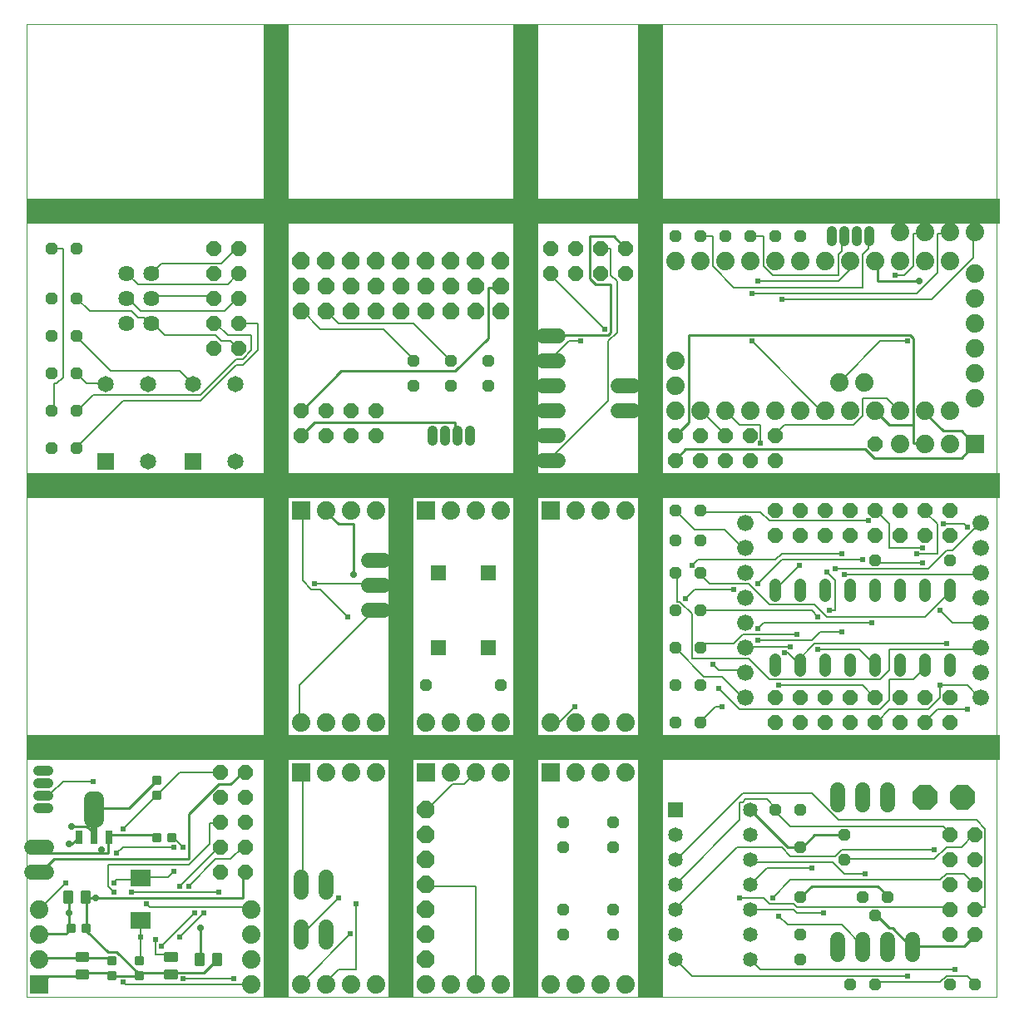
<source format=gbl>
G75*
%MOIN*%
%OFA0B0*%
%FSLAX24Y24*%
%IPPOS*%
%LPD*%
%AMOC8*
5,1,8,0,0,1.08239X$1,22.5*
%
%ADD10C,0.0000*%
%ADD11R,0.1000X2.1000*%
%ADD12R,3.9000X0.1000*%
%ADD13R,0.1000X3.9000*%
%ADD14C,0.0100*%
%ADD15C,0.0088*%
%ADD16R,0.0800X0.0700*%
%ADD17R,0.0315X0.0551*%
%ADD18R,0.0315X0.0748*%
%ADD19C,0.0600*%
%ADD20OC8,0.0600*%
%ADD21R,0.0650X0.0650*%
%ADD22C,0.0650*%
%ADD23OC8,0.0480*%
%ADD24R,0.0585X0.0585*%
%ADD25C,0.0585*%
%ADD26OC8,0.1000*%
%ADD27C,0.0740*%
%ADD28C,0.0640*%
%ADD29OC8,0.0700*%
%ADD30OC8,0.0660*%
%ADD31C,0.0413*%
%ADD32C,0.0660*%
%ADD33C,0.0480*%
%ADD34R,0.0740X0.0740*%
%ADD35R,0.0591X0.0591*%
%ADD36C,0.0280*%
%ADD37C,0.0080*%
%ADD38C,0.0240*%
D10*
X000535Y000450D02*
X000535Y039446D01*
X039405Y039446D01*
X039405Y000450D01*
X000535Y000450D01*
D11*
X015535Y010950D03*
D12*
X020035Y010450D03*
X020035Y020950D03*
X020035Y031950D03*
D13*
X020535Y019950D03*
X025535Y019950D03*
X010535Y019950D03*
D14*
X012535Y019890D02*
X012535Y019950D01*
X012535Y019890D02*
X013015Y019410D01*
X013615Y019410D01*
X013615Y017370D01*
X011535Y022950D02*
X011575Y023010D01*
X012055Y023490D01*
X017695Y023490D01*
X017695Y023010D01*
X017785Y022950D01*
X017695Y025530D02*
X019015Y026850D01*
X019015Y028890D01*
X019495Y028890D01*
X019535Y028950D01*
X021535Y026970D02*
X021535Y026950D01*
X021535Y026970D02*
X023815Y026970D01*
X023935Y027090D01*
X023935Y029010D01*
X023335Y029010D01*
X023095Y029250D01*
X023095Y030930D01*
X024055Y030930D01*
X024535Y030450D01*
X027055Y026970D02*
X035935Y026970D01*
X036055Y026850D01*
X036055Y023370D01*
X035095Y023370D01*
X034615Y023850D01*
X034535Y023950D01*
X034135Y022410D02*
X034495Y022050D01*
X037975Y022050D01*
X038455Y022530D01*
X038535Y022600D01*
X038455Y022650D01*
X037975Y023130D01*
X037255Y023130D01*
X036535Y023850D01*
X036535Y023950D01*
X036055Y023370D02*
X036055Y022650D01*
X036535Y022650D01*
X036535Y022600D01*
X034135Y022410D02*
X026935Y022410D01*
X026575Y022050D01*
X026535Y021950D01*
X026535Y022950D02*
X026575Y023010D01*
X027055Y023490D01*
X027055Y026970D01*
X034615Y029130D02*
X036295Y029130D01*
X034615Y029130D02*
X034615Y029850D01*
X034535Y029950D01*
X017695Y025530D02*
X013135Y025530D01*
X011575Y023970D01*
X011535Y023950D01*
X009285Y009450D02*
X009175Y009450D01*
X008695Y008970D01*
X008215Y008970D01*
X007015Y007770D01*
X007015Y005970D01*
X001615Y005970D01*
X001135Y005490D01*
X001035Y005450D01*
X001375Y006210D02*
X001135Y006450D01*
X001035Y006450D01*
X001375Y006210D02*
X003535Y006210D01*
X003535Y006330D01*
X003535Y006210D02*
X003775Y006210D01*
X003775Y006810D01*
X003835Y006850D01*
X003895Y006930D01*
X005695Y006930D01*
X005735Y006850D01*
X004615Y008010D02*
X003295Y008010D01*
X003235Y007970D01*
X003295Y007890D01*
X003295Y007050D01*
X003235Y006950D01*
X003175Y007050D01*
X002935Y007290D01*
X002335Y007290D01*
X002635Y006850D02*
X002575Y006810D01*
X002335Y006570D01*
X002215Y006570D01*
X002335Y004225D02*
X002035Y004225D01*
X002035Y004675D01*
X002335Y004675D01*
X002335Y004225D01*
X002335Y004324D02*
X002035Y004324D01*
X002035Y004423D02*
X002335Y004423D01*
X002335Y004522D02*
X002035Y004522D01*
X002035Y004621D02*
X002335Y004621D01*
X002185Y004450D02*
X002215Y004410D01*
X002215Y003810D01*
X002215Y003210D01*
X002285Y003200D01*
X002215Y003090D01*
X002095Y002970D01*
X001135Y002970D01*
X001035Y002950D01*
X001135Y002010D02*
X001035Y001950D01*
X001135Y002010D02*
X002695Y002010D01*
X002735Y002050D01*
X002510Y001900D02*
X002510Y002200D01*
X002960Y002200D01*
X002960Y001900D01*
X002510Y001900D01*
X002510Y001999D02*
X002960Y001999D01*
X002960Y002098D02*
X002510Y002098D01*
X002510Y002197D02*
X002960Y002197D01*
X002815Y002010D02*
X002735Y002050D01*
X002815Y002010D02*
X003895Y002010D01*
X003935Y001900D01*
X003775Y002250D02*
X004135Y002250D01*
X004975Y001410D01*
X005035Y001300D01*
X005095Y001410D01*
X006175Y001410D01*
X006285Y001350D01*
X006060Y001200D02*
X006060Y001500D01*
X006510Y001500D01*
X006510Y001200D01*
X006060Y001200D01*
X006060Y001299D02*
X006510Y001299D01*
X006510Y001398D02*
X006060Y001398D01*
X006060Y001497D02*
X006510Y001497D01*
X006295Y001410D02*
X006285Y001350D01*
X006295Y001410D02*
X007615Y001410D01*
X008095Y001890D01*
X008135Y001950D01*
X008285Y001725D02*
X007985Y001725D01*
X007985Y002175D01*
X008285Y002175D01*
X008285Y001725D01*
X008285Y001824D02*
X007985Y001824D01*
X007985Y001923D02*
X008285Y001923D01*
X008285Y002022D02*
X007985Y002022D01*
X007985Y002121D02*
X008285Y002121D01*
X007495Y002010D02*
X007435Y001950D01*
X007585Y001725D02*
X007285Y001725D01*
X007285Y002175D01*
X007585Y002175D01*
X007585Y001725D01*
X007585Y001824D02*
X007285Y001824D01*
X007285Y001923D02*
X007585Y001923D01*
X007585Y002022D02*
X007285Y002022D01*
X007285Y002121D02*
X007585Y002121D01*
X007495Y002010D02*
X007495Y003210D01*
X006060Y002200D02*
X006060Y001900D01*
X006060Y002200D02*
X006510Y002200D01*
X006510Y001900D01*
X006060Y001900D01*
X006060Y001999D02*
X006510Y001999D01*
X006510Y002098D02*
X006060Y002098D01*
X006060Y002197D02*
X006510Y002197D01*
X005035Y001300D02*
X004975Y001290D01*
X004015Y001290D01*
X003935Y001300D01*
X003895Y001410D01*
X002815Y001410D01*
X002735Y001350D01*
X002510Y001200D02*
X002510Y001500D01*
X002960Y001500D01*
X002960Y001200D01*
X002510Y001200D01*
X002510Y001299D02*
X002960Y001299D01*
X002960Y001398D02*
X002510Y001398D01*
X002510Y001497D02*
X002960Y001497D01*
X002735Y001350D02*
X002695Y001290D01*
X001375Y001290D01*
X001035Y000950D01*
X002935Y003090D02*
X002885Y003200D01*
X002935Y003210D01*
X002935Y004410D01*
X002885Y004450D01*
X003035Y004225D02*
X002735Y004225D01*
X002735Y004675D01*
X003035Y004675D01*
X003035Y004225D01*
X003035Y004324D02*
X002735Y004324D01*
X002735Y004423D02*
X003035Y004423D01*
X003035Y004522D02*
X002735Y004522D01*
X002735Y004621D02*
X003035Y004621D01*
X002935Y004410D02*
X003295Y004410D01*
X009175Y004410D01*
X009175Y005370D01*
X009285Y005450D01*
X005695Y009090D02*
X005735Y009150D01*
X005695Y009090D02*
X004615Y008010D01*
X002935Y003090D02*
X003775Y002250D01*
X029535Y007950D02*
X029575Y007890D01*
X031015Y006450D01*
X031535Y006450D01*
X031615Y006450D01*
X032095Y006930D01*
X033175Y006930D01*
X033285Y006950D01*
X031975Y004890D02*
X031535Y004450D01*
X031975Y004890D02*
X034615Y004890D01*
X034975Y004530D01*
X035035Y004450D01*
X034615Y003690D02*
X034535Y003700D01*
X034615Y003690D02*
X035095Y003210D01*
X035215Y003210D01*
X035935Y002490D01*
X036035Y002450D01*
X036055Y002490D01*
X038095Y002490D01*
X038455Y002850D01*
X038535Y002950D01*
D15*
X006466Y006719D02*
X006204Y006719D01*
X006204Y006981D01*
X006466Y006981D01*
X006466Y006719D01*
X006466Y006806D02*
X006204Y006806D01*
X006204Y006893D02*
X006466Y006893D01*
X006466Y006980D02*
X006204Y006980D01*
X005866Y006719D02*
X005604Y006719D01*
X005604Y006981D01*
X005866Y006981D01*
X005866Y006719D01*
X005866Y006806D02*
X005604Y006806D01*
X005604Y006893D02*
X005866Y006893D01*
X005866Y006980D02*
X005604Y006980D01*
X005866Y008419D02*
X005866Y008681D01*
X005866Y008419D02*
X005604Y008419D01*
X005604Y008681D01*
X005866Y008681D01*
X005866Y008506D02*
X005604Y008506D01*
X005604Y008593D02*
X005866Y008593D01*
X005866Y008680D02*
X005604Y008680D01*
X005866Y009019D02*
X005866Y009281D01*
X005866Y009019D02*
X005604Y009019D01*
X005604Y009281D01*
X005866Y009281D01*
X005866Y009106D02*
X005604Y009106D01*
X005604Y009193D02*
X005866Y009193D01*
X005866Y009280D02*
X005604Y009280D01*
X003016Y003069D02*
X002754Y003069D01*
X002754Y003331D01*
X003016Y003331D01*
X003016Y003069D01*
X003016Y003156D02*
X002754Y003156D01*
X002754Y003243D02*
X003016Y003243D01*
X003016Y003330D02*
X002754Y003330D01*
X002416Y003069D02*
X002154Y003069D01*
X002154Y003331D01*
X002416Y003331D01*
X002416Y003069D01*
X002416Y003156D02*
X002154Y003156D01*
X002154Y003243D02*
X002416Y003243D01*
X002416Y003330D02*
X002154Y003330D01*
X003804Y002031D02*
X003804Y001769D01*
X003804Y002031D02*
X004066Y002031D01*
X004066Y001769D01*
X003804Y001769D01*
X003804Y001856D02*
X004066Y001856D01*
X004066Y001943D02*
X003804Y001943D01*
X003804Y002030D02*
X004066Y002030D01*
X003804Y001431D02*
X003804Y001169D01*
X003804Y001431D02*
X004066Y001431D01*
X004066Y001169D01*
X003804Y001169D01*
X003804Y001256D02*
X004066Y001256D01*
X004066Y001343D02*
X003804Y001343D01*
X003804Y001430D02*
X004066Y001430D01*
X005166Y001431D02*
X005166Y001169D01*
X004904Y001169D01*
X004904Y001431D01*
X005166Y001431D01*
X005166Y001256D02*
X004904Y001256D01*
X004904Y001343D02*
X005166Y001343D01*
X005166Y001430D02*
X004904Y001430D01*
X005166Y001769D02*
X005166Y002031D01*
X005166Y001769D02*
X004904Y001769D01*
X004904Y002031D01*
X005166Y002031D01*
X005166Y001856D02*
X004904Y001856D01*
X004904Y001943D02*
X005166Y001943D01*
X005166Y002030D02*
X004904Y002030D01*
D16*
X005085Y003500D03*
X005085Y005200D03*
D17*
X003835Y006850D03*
X002635Y006850D03*
D18*
X003235Y006950D03*
D19*
X003135Y008388D02*
X003335Y008388D01*
X003335Y007552D01*
X003135Y007552D01*
X003135Y008388D01*
X003135Y008151D02*
X003335Y008151D01*
X001335Y006450D02*
X000735Y006450D01*
X000735Y005450D02*
X001335Y005450D01*
X011535Y005250D02*
X011535Y004650D01*
X012535Y004650D02*
X012535Y005250D01*
X012535Y003250D02*
X012535Y002650D01*
X011535Y002650D02*
X011535Y003250D01*
X014235Y015950D02*
X014835Y015950D01*
X014835Y016950D02*
X014235Y016950D01*
X014235Y017950D02*
X014835Y017950D01*
X021235Y021950D02*
X021835Y021950D01*
X021835Y022950D02*
X021235Y022950D01*
X021235Y023950D02*
X021835Y023950D01*
X021835Y024950D02*
X021235Y024950D01*
X021235Y025950D02*
X021835Y025950D01*
X021835Y026950D02*
X021235Y026950D01*
X024235Y024950D02*
X024835Y024950D01*
X024835Y023950D02*
X024235Y023950D01*
X033035Y008750D02*
X033035Y008150D01*
X034035Y008150D02*
X034035Y008750D01*
X035035Y008750D02*
X035035Y008150D01*
X035035Y002750D02*
X035035Y002150D01*
X034035Y002150D02*
X034035Y002750D01*
X033035Y002750D02*
X033035Y002150D01*
X036035Y002150D02*
X036035Y002750D01*
D20*
X037535Y002950D03*
X037535Y003950D03*
X037535Y004950D03*
X037535Y005950D03*
X037535Y006950D03*
X038535Y006950D03*
X038535Y005950D03*
X038535Y004950D03*
X038535Y003950D03*
X038535Y002950D03*
X037535Y011450D03*
X036535Y011450D03*
X035535Y011450D03*
X034535Y011450D03*
X033535Y011450D03*
X032535Y011450D03*
X031535Y011450D03*
X030535Y011450D03*
X030535Y012450D03*
X031535Y012450D03*
X032535Y012450D03*
X033535Y012450D03*
X034535Y012450D03*
X035535Y012450D03*
X036535Y012450D03*
X037535Y012450D03*
X037535Y018950D03*
X036535Y018950D03*
X035535Y018950D03*
X034535Y018950D03*
X033535Y018950D03*
X032535Y018950D03*
X031535Y018950D03*
X030535Y018950D03*
X030535Y019950D03*
X031535Y019950D03*
X032535Y019950D03*
X033535Y019950D03*
X034535Y019950D03*
X035535Y019950D03*
X036535Y019950D03*
X037535Y019950D03*
X034535Y022600D03*
X030535Y022950D03*
X029535Y022950D03*
X028535Y022950D03*
X027535Y022950D03*
X026535Y022950D03*
X026535Y021950D03*
X027535Y021950D03*
X028535Y021950D03*
X029535Y021950D03*
X030535Y021950D03*
X024535Y029450D03*
X024535Y030450D03*
X023535Y030450D03*
X022535Y030450D03*
X022535Y029450D03*
X023535Y029450D03*
X021535Y029450D03*
X021535Y030450D03*
X014535Y023950D03*
X014535Y022950D03*
X013535Y022950D03*
X012535Y022950D03*
X012535Y023950D03*
X013535Y023950D03*
X011535Y023950D03*
X011535Y022950D03*
X009035Y026450D03*
X008035Y026450D03*
X008035Y027450D03*
X008035Y028450D03*
X009035Y028450D03*
X009035Y027450D03*
X009035Y029450D03*
X008035Y029450D03*
X008035Y030450D03*
X009035Y030450D03*
X009285Y009450D03*
X009285Y008450D03*
X008285Y008450D03*
X008285Y009450D03*
X008285Y007450D03*
X008285Y006450D03*
X008285Y005450D03*
X009285Y005450D03*
X009285Y006450D03*
X009285Y007450D03*
D21*
X007185Y021900D03*
X003685Y021900D03*
D22*
X005385Y021900D03*
X005385Y025000D03*
X003685Y025000D03*
X007185Y025000D03*
X008885Y025000D03*
X008885Y021900D03*
D23*
X002535Y022450D03*
X001535Y022450D03*
X001535Y023950D03*
X002535Y023950D03*
X002535Y025450D03*
X001535Y025450D03*
X001535Y026950D03*
X002535Y026950D03*
X002535Y028450D03*
X001535Y028450D03*
X001535Y030450D03*
X002535Y030450D03*
X016035Y025950D03*
X016035Y024950D03*
X017535Y024950D03*
X017535Y025950D03*
X019035Y025950D03*
X019035Y024950D03*
X026535Y019950D03*
X027535Y019950D03*
X027535Y018750D03*
X026535Y018750D03*
X026535Y017450D03*
X027535Y017450D03*
X027535Y015950D03*
X026535Y015950D03*
X026535Y014450D03*
X027535Y014450D03*
X027535Y012950D03*
X026535Y012950D03*
X026535Y011450D03*
X027535Y011450D03*
X030535Y007950D03*
X031535Y007950D03*
X031535Y006450D03*
X033285Y005950D03*
X033285Y006950D03*
X034035Y004450D03*
X034535Y003700D03*
X035035Y004450D03*
X031535Y004450D03*
X031535Y002950D03*
X031535Y001950D03*
X033535Y000950D03*
X034535Y000950D03*
X037535Y000950D03*
X038535Y000950D03*
X024035Y002950D03*
X024035Y003950D03*
X022035Y003950D03*
X022035Y002950D03*
X022035Y006450D03*
X022035Y007450D03*
X024035Y007450D03*
X024035Y006450D03*
X019535Y012950D03*
X016535Y012950D03*
X034535Y017950D03*
X037535Y017950D03*
X031535Y030950D03*
X030535Y030950D03*
X029535Y030950D03*
X028535Y030950D03*
X027535Y030950D03*
X026535Y030950D03*
D24*
X026535Y007950D03*
D25*
X026535Y006950D03*
X026535Y005950D03*
X026535Y004950D03*
X026535Y003950D03*
X026535Y002950D03*
X026535Y001950D03*
X029535Y001950D03*
X029535Y002950D03*
X029535Y003950D03*
X029535Y004950D03*
X029535Y005950D03*
X029535Y006950D03*
X029535Y007950D03*
D26*
X036535Y008450D03*
X038035Y008450D03*
D27*
X024535Y009450D03*
X023535Y009450D03*
X022535Y009450D03*
X022535Y011450D03*
X023535Y011450D03*
X024535Y011450D03*
X021535Y011450D03*
X019535Y011450D03*
X018535Y011450D03*
X017535Y011450D03*
X016535Y011450D03*
X014535Y011450D03*
X013535Y011450D03*
X012535Y011450D03*
X011535Y011450D03*
X012535Y009450D03*
X013535Y009450D03*
X014535Y009450D03*
X017535Y009450D03*
X018535Y009450D03*
X019535Y009450D03*
X019535Y000950D03*
X018535Y000950D03*
X017535Y000950D03*
X016535Y000950D03*
X014535Y000950D03*
X013535Y000950D03*
X012535Y000950D03*
X011535Y000950D03*
X009535Y000950D03*
X009535Y001950D03*
X009535Y002950D03*
X009535Y003950D03*
X001035Y003950D03*
X001035Y002950D03*
X001035Y001950D03*
X012535Y019950D03*
X013535Y019950D03*
X014535Y019950D03*
X017535Y019950D03*
X018535Y019950D03*
X019535Y019950D03*
X022535Y019950D03*
X023535Y019950D03*
X024535Y019950D03*
X026535Y023950D03*
X027535Y023950D03*
X028535Y023950D03*
X029535Y023950D03*
X030535Y023950D03*
X031535Y023950D03*
X032535Y023950D03*
X033535Y023950D03*
X034535Y023950D03*
X035535Y023950D03*
X036535Y023950D03*
X037535Y023950D03*
X038535Y024450D03*
X038535Y025450D03*
X038535Y026450D03*
X038535Y027450D03*
X038535Y028450D03*
X038535Y029450D03*
X037535Y029950D03*
X036535Y029950D03*
X035535Y029950D03*
X034535Y029950D03*
X033535Y029950D03*
X032535Y029950D03*
X031535Y029950D03*
X030535Y029950D03*
X029535Y029950D03*
X028535Y029950D03*
X027535Y029950D03*
X026535Y029950D03*
X026535Y025950D03*
X026535Y024950D03*
X033098Y025075D03*
X034098Y025075D03*
X035535Y022600D03*
X036535Y022600D03*
X037535Y022600D03*
X037535Y031100D03*
X036535Y031100D03*
X035535Y031100D03*
X038535Y031100D03*
X024535Y000950D03*
X023535Y000950D03*
X022535Y000950D03*
X021535Y000950D03*
D28*
X005535Y027450D03*
X004535Y027450D03*
X004535Y028450D03*
X005535Y028450D03*
X005535Y029450D03*
X004535Y029450D03*
D29*
X011535Y029950D03*
X012535Y029950D03*
X013535Y029950D03*
X014535Y029950D03*
X015535Y029950D03*
X016535Y029950D03*
X017535Y029950D03*
X018535Y029950D03*
X019535Y029950D03*
X016535Y007950D03*
X016535Y006950D03*
X016535Y005950D03*
X016535Y004950D03*
X016535Y003950D03*
X016535Y002950D03*
X016535Y001950D03*
X016535Y000950D03*
D30*
X016535Y027950D03*
X017535Y027950D03*
X017535Y028950D03*
X016535Y028950D03*
X015535Y028950D03*
X014535Y028950D03*
X013535Y028950D03*
X012535Y028950D03*
X011535Y028950D03*
X011535Y027950D03*
X012535Y027950D03*
X013535Y027950D03*
X014535Y027950D03*
X015535Y027950D03*
X018535Y027950D03*
X019535Y027950D03*
X019535Y028950D03*
X018535Y028950D03*
D31*
X018285Y023157D02*
X018285Y022743D01*
X017785Y022743D02*
X017785Y023157D01*
X017285Y023157D02*
X017285Y022743D01*
X016785Y022743D02*
X016785Y023157D01*
X001392Y009500D02*
X000978Y009500D01*
X000978Y009000D02*
X001392Y009000D01*
X001392Y008500D02*
X000978Y008500D01*
X000978Y008000D02*
X001392Y008000D01*
X032785Y030743D02*
X032785Y031157D01*
X033285Y031157D02*
X033285Y030743D01*
X033785Y030743D02*
X033785Y031157D01*
X034285Y031157D02*
X034285Y030743D01*
D32*
X038759Y019450D03*
X038759Y018450D03*
X038759Y017450D03*
X038759Y016450D03*
X038759Y015450D03*
X038759Y014450D03*
X038759Y013450D03*
X038759Y012450D03*
X029311Y012450D03*
X029311Y013450D03*
X029311Y014450D03*
X029311Y015450D03*
X029311Y016450D03*
X029311Y017450D03*
X029311Y018450D03*
X029311Y019450D03*
D33*
X030535Y016990D02*
X030535Y016510D01*
X031535Y016510D02*
X031535Y016990D01*
X032535Y016990D02*
X032535Y016510D01*
X033535Y016510D02*
X033535Y016990D01*
X034535Y016990D02*
X034535Y016510D01*
X035535Y016510D02*
X035535Y016990D01*
X036535Y016990D02*
X036535Y016510D01*
X037535Y016510D02*
X037535Y016990D01*
X037535Y013990D02*
X037535Y013510D01*
X036535Y013510D02*
X036535Y013990D01*
X035535Y013990D02*
X035535Y013510D01*
X034535Y013510D02*
X034535Y013990D01*
X033535Y013990D02*
X033535Y013510D01*
X032535Y013510D02*
X032535Y013990D01*
X031535Y013990D02*
X031535Y013510D01*
X030535Y013510D02*
X030535Y013990D01*
D34*
X038535Y022600D03*
X021535Y019950D03*
X016535Y019950D03*
X011535Y019950D03*
X011535Y009450D03*
X016535Y009450D03*
X021535Y009450D03*
X001035Y000950D03*
D35*
X017035Y014450D03*
X019035Y014450D03*
X019035Y017450D03*
X017035Y017450D03*
D36*
X013615Y017370D03*
X003535Y006330D03*
X002215Y006570D03*
X002335Y007290D03*
X003295Y004410D03*
X002215Y003810D03*
X007495Y003210D03*
X036295Y029130D03*
D37*
X036175Y028650D02*
X037015Y029490D01*
X037015Y031050D01*
X037495Y031050D01*
X037535Y031100D01*
X036535Y031100D02*
X036535Y031050D01*
X036055Y031050D01*
X036055Y029730D01*
X035695Y029370D01*
X035335Y029370D01*
X036175Y028650D02*
X029575Y028650D01*
X029815Y029130D02*
X033055Y029130D01*
X033535Y029610D01*
X033535Y029950D01*
X033175Y030330D02*
X033055Y030210D01*
X033055Y029370D01*
X030415Y029370D01*
X030055Y029730D01*
X030055Y030930D01*
X029575Y030930D01*
X029535Y030950D01*
X028015Y030930D02*
X028015Y029730D01*
X028855Y028890D01*
X034015Y028890D01*
X034015Y030210D01*
X034255Y030450D01*
X034255Y030930D01*
X034285Y030950D01*
X033285Y030950D02*
X033175Y030930D01*
X033175Y030330D01*
X030775Y028410D02*
X036775Y028410D01*
X038455Y030090D01*
X038455Y031050D01*
X038535Y031100D01*
X035815Y026730D02*
X034735Y026730D01*
X033175Y025170D01*
X033098Y025075D01*
X034015Y024450D02*
X034015Y023730D01*
X033655Y023370D01*
X030895Y023370D01*
X030535Y023010D01*
X030535Y022950D01*
X029935Y022650D02*
X029935Y023370D01*
X029095Y023370D01*
X028615Y023850D01*
X028535Y023950D01*
X027655Y023850D02*
X028495Y023010D01*
X028535Y022950D01*
X027655Y023850D02*
X027535Y023850D01*
X027535Y023950D01*
X029575Y026730D02*
X032335Y023970D01*
X032455Y023970D01*
X032535Y023950D01*
X034015Y024450D02*
X034975Y024450D01*
X035455Y023970D01*
X035535Y023950D01*
X034535Y019950D02*
X034615Y019890D01*
X035095Y019410D01*
X035095Y018450D01*
X036415Y018450D01*
X036175Y018210D02*
X037015Y018210D01*
X037015Y019410D01*
X036535Y019890D01*
X036535Y019950D01*
X037255Y019410D02*
X038095Y019410D01*
X038215Y019290D01*
X038695Y019410D02*
X038759Y019450D01*
X038695Y019410D02*
X037615Y018330D01*
X037375Y018330D01*
X036655Y017610D01*
X032935Y017610D01*
X032575Y017490D02*
X032935Y017130D01*
X032935Y015930D01*
X032695Y015930D01*
X032575Y015690D02*
X032095Y016170D01*
X030295Y016170D01*
X029455Y017010D01*
X027895Y017010D01*
X027535Y017370D01*
X027535Y017450D01*
X027175Y017730D02*
X027415Y017970D01*
X030535Y017970D01*
X030775Y018210D01*
X033175Y018210D01*
X033295Y017370D02*
X038695Y017370D01*
X038759Y017450D01*
X037535Y016750D02*
X037495Y016650D01*
X036535Y015690D01*
X032575Y015690D01*
X032215Y015690D02*
X031975Y015930D01*
X027535Y015930D01*
X027535Y015950D01*
X027175Y015810D02*
X027175Y014010D01*
X029455Y014010D01*
X030295Y013170D01*
X034735Y013170D01*
X035095Y013530D01*
X035095Y014370D01*
X038695Y014370D01*
X038759Y014450D01*
X038759Y015450D02*
X037615Y015450D01*
X037135Y015930D01*
X037375Y014610D02*
X032095Y014610D01*
X031375Y013890D01*
X031535Y013750D01*
X031495Y013770D01*
X031375Y013890D01*
X031015Y014250D01*
X030895Y014250D01*
X031135Y014490D02*
X029335Y014490D01*
X029311Y014450D01*
X028855Y014610D02*
X029215Y014970D01*
X031375Y014970D01*
X031975Y014730D02*
X032335Y015090D01*
X033175Y015090D01*
X033895Y014370D02*
X032215Y014370D01*
X031975Y014730D02*
X029815Y014730D01*
X029815Y015210D02*
X030055Y015450D01*
X034375Y015450D01*
X033895Y014370D02*
X034495Y013770D01*
X034535Y013750D01*
X035095Y013170D02*
X036055Y013170D01*
X036535Y013650D01*
X036535Y013750D01*
X037135Y012930D02*
X038215Y012930D01*
X038695Y012450D01*
X038759Y012450D01*
X038215Y011970D02*
X037015Y011970D01*
X036535Y011490D01*
X036535Y011450D01*
X036655Y011970D02*
X037135Y012450D01*
X037135Y012930D01*
X036655Y011970D02*
X035095Y011970D01*
X034615Y011490D01*
X034535Y011450D01*
X034735Y011970D02*
X035095Y012330D01*
X035095Y013170D01*
X034535Y012450D02*
X034495Y012450D01*
X034015Y012930D01*
X030655Y012930D01*
X029311Y012450D02*
X029215Y012450D01*
X028375Y013290D01*
X027655Y013290D01*
X026575Y014370D01*
X026535Y014450D01*
X027535Y014490D02*
X027535Y014450D01*
X027535Y014490D02*
X027655Y014610D01*
X028855Y014610D01*
X029215Y013530D02*
X028255Y013530D01*
X028015Y013770D01*
X028255Y012810D02*
X029095Y011970D01*
X034735Y011970D01*
X031975Y008610D02*
X033055Y007530D01*
X038575Y007530D01*
X038935Y007170D01*
X038935Y004050D01*
X038575Y004050D01*
X038535Y003950D01*
X037535Y003950D02*
X037495Y004050D01*
X031375Y004050D01*
X031255Y004170D01*
X030295Y004170D01*
X030055Y004410D01*
X029095Y004410D01*
X029535Y004950D02*
X029575Y005010D01*
X030175Y005610D01*
X031975Y005610D01*
X031135Y005130D02*
X037135Y005130D01*
X037375Y005370D01*
X038095Y005370D01*
X038455Y005010D01*
X038535Y004950D01*
X037975Y006450D02*
X037375Y006450D01*
X036895Y005970D01*
X033295Y005970D01*
X033285Y005950D01*
X032935Y006090D02*
X033175Y006330D01*
X036895Y006330D01*
X037535Y006950D02*
X037495Y007050D01*
X037255Y007290D01*
X031135Y007290D01*
X030535Y007890D01*
X030535Y007950D01*
X030535Y008010D01*
X030175Y008370D01*
X029335Y008370D01*
X029215Y008250D01*
X029095Y008250D01*
X029095Y007530D01*
X026575Y005010D01*
X026535Y004950D01*
X026575Y004050D02*
X026535Y003950D01*
X026575Y004050D02*
X028975Y006450D01*
X030775Y006450D01*
X031135Y006090D01*
X032935Y006090D01*
X032815Y005850D02*
X033295Y005370D01*
X034135Y005370D01*
X032815Y005850D02*
X029575Y005850D01*
X029535Y005950D01*
X030415Y004410D02*
X031135Y005130D01*
X031255Y003930D02*
X031375Y003810D01*
X032455Y003810D01*
X033175Y003330D02*
X034015Y002490D01*
X034035Y002450D01*
X033175Y003330D02*
X031015Y003330D01*
X030655Y003690D01*
X031255Y003930D02*
X029575Y003930D01*
X029535Y003950D01*
X029535Y001950D02*
X029575Y001890D01*
X029935Y001530D01*
X037735Y001530D01*
X037375Y001290D02*
X038215Y001290D01*
X038455Y001050D01*
X038535Y000950D01*
X037375Y001290D02*
X037135Y001050D01*
X034615Y001050D01*
X034535Y000950D01*
X035815Y001290D02*
X027175Y001290D01*
X026575Y001890D01*
X026535Y001950D01*
X026535Y005950D02*
X026575Y005970D01*
X029215Y008610D01*
X031975Y008610D01*
X028375Y012090D02*
X028135Y012090D01*
X027535Y011490D01*
X027535Y011450D01*
X029215Y013530D02*
X029311Y013450D01*
X027175Y015810D02*
X026695Y016290D01*
X026575Y016290D01*
X026575Y017370D01*
X026535Y017450D01*
X027295Y016770D02*
X028855Y016770D01*
X029815Y017010D02*
X030775Y017970D01*
X034015Y017970D01*
X034535Y017950D02*
X034615Y017850D01*
X036415Y017850D01*
X034255Y019530D02*
X030295Y019530D01*
X029935Y019890D01*
X027535Y019890D01*
X027535Y019950D01*
X027295Y019170D02*
X028495Y019170D01*
X029215Y018450D01*
X029311Y018450D01*
X030535Y016770D02*
X030535Y016750D01*
X030535Y016770D02*
X031495Y017730D01*
X027295Y016770D02*
X026935Y016410D01*
X027295Y019170D02*
X026575Y019890D01*
X026535Y019950D01*
X023815Y024330D02*
X023815Y026730D01*
X024175Y027090D01*
X024175Y029130D01*
X023935Y029370D01*
X023935Y030450D01*
X023535Y030450D01*
X021535Y029450D02*
X021535Y029370D01*
X023695Y027210D01*
X022735Y026730D02*
X022255Y026730D01*
X021535Y026010D01*
X021535Y025950D01*
X023815Y024330D02*
X021535Y022050D01*
X021535Y021950D01*
X017535Y025950D02*
X017455Y026010D01*
X016015Y027450D01*
X013015Y027450D01*
X012535Y027930D01*
X012535Y027950D01*
X012295Y027210D02*
X011575Y027930D01*
X011535Y027950D01*
X012295Y027210D02*
X014815Y027210D01*
X016015Y026010D01*
X016035Y025950D01*
X011535Y019950D02*
X011575Y019890D01*
X011575Y017130D01*
X011935Y016770D01*
X012295Y016770D01*
X013375Y015690D01*
X014455Y015930D02*
X014535Y015950D01*
X014455Y015930D02*
X011455Y012930D01*
X011455Y011490D01*
X011535Y011450D01*
X011575Y009450D02*
X011535Y009450D01*
X011575Y009450D02*
X011575Y005010D01*
X011535Y004950D01*
X013015Y004410D02*
X011575Y002970D01*
X011535Y002950D01*
X013015Y001530D02*
X012535Y001050D01*
X012535Y000950D01*
X013015Y001530D02*
X013735Y001530D01*
X013735Y004170D01*
X013495Y002970D02*
X011575Y001050D01*
X011535Y000950D01*
X009535Y000930D02*
X009535Y000950D01*
X009535Y000930D02*
X004495Y000930D01*
X004375Y001050D01*
X005035Y001900D02*
X005095Y002010D01*
X005095Y002850D01*
X005095Y003450D01*
X005085Y003500D01*
X005455Y004050D02*
X009535Y004050D01*
X009535Y003950D01*
X008215Y004650D02*
X004735Y004650D01*
X004975Y005130D02*
X004135Y005130D01*
X004015Y005010D01*
X003775Y004890D02*
X004015Y004650D01*
X003775Y004890D02*
X003775Y005730D01*
X007015Y005730D01*
X007855Y006570D01*
X007855Y007410D01*
X008215Y007410D01*
X008285Y007450D01*
X008285Y006450D02*
X008215Y006450D01*
X006655Y004890D01*
X007015Y004890D02*
X008095Y005970D01*
X008695Y005970D01*
X009175Y006450D01*
X009285Y006450D01*
X006775Y006450D02*
X006415Y006810D01*
X006335Y006850D01*
X006295Y006930D01*
X006415Y006450D02*
X004375Y006450D01*
X004135Y006210D01*
X005095Y005250D02*
X005085Y005200D01*
X004975Y005130D01*
X005095Y005250D02*
X006175Y005250D01*
X006415Y005490D01*
X005335Y004170D02*
X005455Y004050D01*
X006655Y002850D02*
X007615Y003810D01*
X007255Y003810D02*
X005935Y002490D01*
X005695Y002730D02*
X005695Y002130D01*
X006175Y002130D01*
X006285Y002050D01*
X006775Y001170D02*
X008815Y001170D01*
X004375Y007170D02*
X005695Y008490D01*
X005735Y008550D01*
X005815Y008610D01*
X006655Y009450D01*
X008285Y009450D01*
X003175Y009090D02*
X001975Y009090D01*
X001495Y008610D01*
X001255Y008610D01*
X001185Y008500D01*
X002095Y005010D02*
X001035Y003950D01*
X012055Y017010D02*
X014455Y017010D01*
X014535Y016950D01*
X021535Y011490D02*
X021535Y011450D01*
X021535Y011490D02*
X021895Y011490D01*
X022495Y012090D01*
X018535Y009450D02*
X018055Y008970D01*
X017575Y008970D01*
X016615Y008010D01*
X016535Y007950D01*
X016535Y004950D02*
X016615Y004890D01*
X018535Y004890D01*
X018535Y000950D01*
X037975Y006450D02*
X038455Y006930D01*
X038535Y006950D01*
X028015Y030930D02*
X027535Y030930D01*
X027535Y030950D01*
X009775Y027450D02*
X009775Y026370D01*
X009175Y025770D01*
X008935Y025770D01*
X007495Y024330D01*
X004375Y024330D01*
X002575Y022530D01*
X002535Y022450D01*
X002535Y023950D02*
X002575Y023970D01*
X003175Y024570D01*
X007495Y024570D01*
X008935Y026010D01*
X009175Y026010D01*
X009535Y026370D01*
X009535Y026970D01*
X008575Y026970D01*
X008095Y027450D01*
X008035Y027450D01*
X008095Y026970D02*
X006055Y026970D01*
X005575Y027450D01*
X005535Y027450D01*
X005455Y027450D01*
X005215Y027690D01*
X004975Y027690D01*
X004735Y027930D01*
X003055Y027930D01*
X002535Y028450D01*
X002535Y026950D02*
X002575Y026850D01*
X003895Y025530D01*
X006655Y025530D01*
X007185Y025000D01*
X008335Y026730D02*
X008095Y026970D01*
X008335Y026730D02*
X008695Y026730D01*
X008935Y026490D01*
X009035Y026450D01*
X009035Y027450D02*
X009775Y027450D01*
X009035Y028450D02*
X008935Y028410D01*
X008455Y027930D01*
X005095Y027930D01*
X004615Y028410D01*
X004535Y028450D01*
X004975Y029010D02*
X004535Y029450D01*
X004975Y029010D02*
X008575Y029010D01*
X008935Y029370D01*
X009035Y029450D01*
X008335Y029850D02*
X008935Y030450D01*
X009035Y030450D01*
X008335Y029850D02*
X005935Y029850D01*
X005535Y029450D01*
X005575Y028530D02*
X005535Y028450D01*
X005575Y028530D02*
X007975Y028530D01*
X008035Y028450D01*
X003655Y025050D02*
X003685Y025000D01*
X003655Y025050D02*
X002935Y025050D01*
X002535Y025450D01*
X001975Y025290D02*
X001975Y030450D01*
X001535Y030450D01*
X001975Y025290D02*
X001735Y025050D01*
X001615Y025050D01*
X001615Y023970D01*
X001535Y023950D01*
D38*
X012055Y017010D03*
X013375Y015690D03*
X022495Y012090D03*
X026935Y016410D03*
X027175Y017730D03*
X028855Y016770D03*
X029815Y017010D03*
X031495Y017730D03*
X032575Y017490D03*
X032935Y017610D03*
X033295Y017370D03*
X034015Y017970D03*
X033175Y018210D03*
X034255Y019530D03*
X036175Y018210D03*
X036415Y018450D03*
X036415Y017850D03*
X037255Y019410D03*
X038215Y019290D03*
X037135Y015930D03*
X037375Y014610D03*
X037135Y012930D03*
X038215Y011970D03*
X034375Y015450D03*
X033175Y015090D03*
X032695Y015930D03*
X032215Y015690D03*
X031375Y014970D03*
X031135Y014490D03*
X030895Y014250D03*
X029815Y014730D03*
X029815Y015210D03*
X028015Y013770D03*
X028255Y012810D03*
X028375Y012090D03*
X030655Y012930D03*
X032215Y014370D03*
X036895Y006330D03*
X034135Y005370D03*
X032455Y003810D03*
X030655Y003690D03*
X030415Y004410D03*
X031975Y005610D03*
X029095Y004410D03*
X035815Y001290D03*
X037735Y001530D03*
X029935Y022650D03*
X029575Y026730D03*
X030775Y028410D03*
X029815Y029130D03*
X029575Y028650D03*
X023695Y027210D03*
X022735Y026730D03*
X035335Y029370D03*
X035815Y026730D03*
X013735Y004170D03*
X013015Y004410D03*
X013495Y002970D03*
X008815Y001170D03*
X006775Y001170D03*
X005935Y002490D03*
X005695Y002730D03*
X005095Y002850D03*
X005335Y004170D03*
X004735Y004650D03*
X004015Y004650D03*
X004015Y005010D03*
X004135Y006210D03*
X004375Y007170D03*
X003175Y009090D03*
X006415Y006450D03*
X006775Y006450D03*
X006415Y005490D03*
X006655Y004890D03*
X007015Y004890D03*
X007255Y003810D03*
X007615Y003810D03*
X008215Y004650D03*
X006655Y002850D03*
X004375Y001050D03*
X002095Y005010D03*
M02*

</source>
